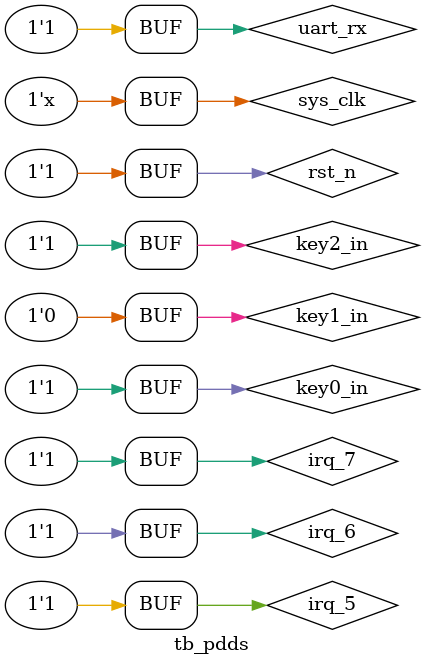
<source format=v>
module tb_pdds();


reg    sys_clk;
reg    rst_n;
reg     uart_rx ;
reg      irq_5  ;
reg      irq_6  ;
reg      irq_7  ;
reg            key0_in;	
reg            key1_in;	
reg            key2_in;
wire           uart_tx ;
wire   [13:0]  DataA;
wire     CLKA	    ;
wire     WRTA	    ;
wire   [13:0]  DataB;
wire     CLKB	    ;
wire     WRTB	    ; 
   
wire GRS_N;
GTP_GRS GRS_INST (

.GRS_N(1'b1)

);
initial
  begin 
uart_rx <= 1'b1;
sys_clk <= 1'b1;
rst_n   <= 1'b0;
irq_5   <= 1'b1;
irq_6   <= 1'b1;
irq_7   <= 1'b1;
key0_in <= 1'b1;
key1_in <= 1'b1;
key2_in <= 1'b1;
#200     
rst_n   <= 1'b1;  
key0_in <= 1'b0;
key1_in <= 1'b1;
key2_in <= 1'b1;

#300000000     
key0_in <= 1'b1;
key1_in <= 1'b1;
key2_in <= 1'b0;
#300000000        
key0_in <= 1'b1;
key1_in <= 1'b0;
key2_in <= 1'b1;

end
always# 10 sys_clk <= ~sys_clk;

 picorc32_dds_top   picorc32_dds_top_isnt(
                  . sys_clk0 (sys_clk )   ,  //50M ÓÃÓÚPLL ²úÉú¸÷¸öÄ£¿éµÄÊ±ÖÓ
                  . rst_n1   (rst_n)   ,
                  . uart_rx ( uart_rx )    ,
                  . uart_tx ( uart_tx )    ,
                  .  irq_5  (  irq_5  )    ,
                  .  irq_6  (  irq_6  )    ,
                  .  irq_7  (  irq_7  )    ,
                  . key0_in(key0_in),
                  . key1_in(key1_in),
                  . key2_in(key2_in),                   
                  . DataA(	DataA )   ,
                  . CLKA	  ( CLKA)	   ,
                  . WRTA	  ( WRTA)	   ,
                  . DataB     (	DataB )   ,
                  . CLKB	  ( CLKB)	   ,
                  . WRTB	  ( WRTB  )	     

   );



endmodule
</source>
